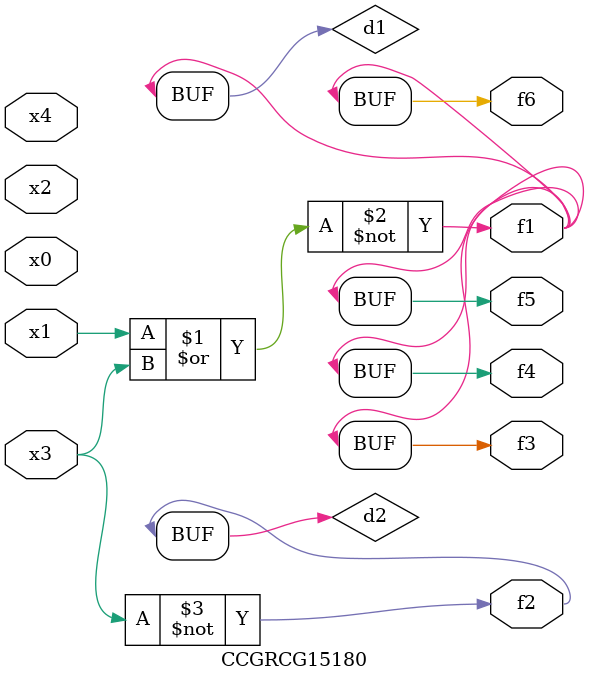
<source format=v>
module CCGRCG15180(
	input x0, x1, x2, x3, x4,
	output f1, f2, f3, f4, f5, f6
);

	wire d1, d2;

	nor (d1, x1, x3);
	not (d2, x3);
	assign f1 = d1;
	assign f2 = d2;
	assign f3 = d1;
	assign f4 = d1;
	assign f5 = d1;
	assign f6 = d1;
endmodule

</source>
